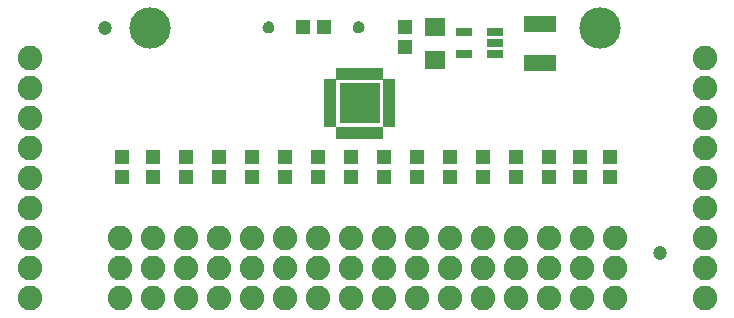
<source format=gbr>
G04 EAGLE Gerber RS-274X export*
G75*
%MOMM*%
%FSLAX34Y34*%
%LPD*%
%INSoldermask Top*%
%IPPOS*%
%AMOC8*
5,1,8,0,0,1.08239X$1,22.5*%
G01*
%ADD10C,2.082800*%
%ADD11R,1.403200X0.753200*%
%ADD12R,1.803200X1.603200*%
%ADD13R,2.703200X1.403200*%
%ADD14R,1.203200X1.303200*%
%ADD15C,3.505200*%
%ADD16C,1.203200*%
%ADD17R,1.003200X0.487800*%
%ADD18R,0.487800X1.003200*%
%ADD19R,3.353200X3.353200*%
%ADD20R,1.303200X1.203200*%

G36*
X291050Y237116D02*
X291050Y237116D01*
X291124Y237113D01*
X292100Y237214D01*
X292148Y237228D01*
X292239Y237245D01*
X293168Y237561D01*
X293212Y237585D01*
X293296Y237621D01*
X294131Y238136D01*
X294169Y238170D01*
X294243Y238224D01*
X294943Y238912D01*
X294972Y238953D01*
X295032Y239022D01*
X295562Y239848D01*
X295581Y239895D01*
X295624Y239976D01*
X295956Y240899D01*
X295965Y240949D01*
X295989Y241037D01*
X296107Y242011D01*
X296104Y242061D01*
X296109Y242148D01*
X296013Y243150D01*
X295999Y243199D01*
X295984Y243289D01*
X295667Y244245D01*
X295643Y244289D01*
X295608Y244374D01*
X295087Y245235D01*
X295054Y245273D01*
X295000Y245348D01*
X294300Y246072D01*
X294259Y246101D01*
X294191Y246162D01*
X293348Y246712D01*
X293301Y246732D01*
X293221Y246776D01*
X292276Y247124D01*
X292227Y247133D01*
X292138Y247158D01*
X291140Y247288D01*
X291098Y247286D01*
X290972Y247287D01*
X289960Y247147D01*
X289912Y247132D01*
X289822Y247112D01*
X288867Y246751D01*
X288824Y246725D01*
X288741Y246686D01*
X287890Y246122D01*
X287854Y246087D01*
X287781Y246030D01*
X287077Y245290D01*
X287050Y245248D01*
X286992Y245177D01*
X286470Y244299D01*
X286452Y244252D01*
X286412Y244170D01*
X286099Y243198D01*
X286092Y243147D01*
X286071Y243058D01*
X285982Y242041D01*
X285986Y241991D01*
X285985Y241900D01*
X286116Y240936D01*
X286132Y240888D01*
X286151Y240798D01*
X286494Y239888D01*
X286520Y239844D01*
X286558Y239761D01*
X287095Y238950D01*
X287130Y238913D01*
X287186Y238841D01*
X287890Y238169D01*
X287932Y238141D01*
X288003Y238083D01*
X288839Y237585D01*
X288886Y237567D01*
X288968Y237526D01*
X289894Y237227D01*
X289944Y237220D01*
X290033Y237198D01*
X291002Y237112D01*
X291050Y237116D01*
G37*
G36*
X214774Y237040D02*
X214774Y237040D01*
X214848Y237037D01*
X215824Y237138D01*
X215872Y237152D01*
X215963Y237169D01*
X216892Y237485D01*
X216936Y237509D01*
X217020Y237545D01*
X217855Y238060D01*
X217893Y238094D01*
X217967Y238148D01*
X218667Y238836D01*
X218696Y238877D01*
X218756Y238946D01*
X219286Y239772D01*
X219305Y239819D01*
X219348Y239900D01*
X219680Y240823D01*
X219689Y240873D01*
X219713Y240961D01*
X219831Y241935D01*
X219828Y241985D01*
X219833Y242072D01*
X219737Y243074D01*
X219723Y243123D01*
X219708Y243213D01*
X219391Y244169D01*
X219367Y244213D01*
X219332Y244298D01*
X218811Y245159D01*
X218778Y245197D01*
X218724Y245272D01*
X218024Y245996D01*
X217983Y246025D01*
X217915Y246086D01*
X217072Y246636D01*
X217025Y246656D01*
X216945Y246700D01*
X216000Y247048D01*
X215951Y247057D01*
X215862Y247082D01*
X214864Y247212D01*
X214822Y247210D01*
X214696Y247211D01*
X213684Y247071D01*
X213636Y247056D01*
X213546Y247036D01*
X212591Y246675D01*
X212548Y246649D01*
X212465Y246610D01*
X211614Y246046D01*
X211578Y246011D01*
X211505Y245954D01*
X210801Y245214D01*
X210774Y245172D01*
X210716Y245101D01*
X210194Y244223D01*
X210176Y244176D01*
X210136Y244094D01*
X209823Y243122D01*
X209816Y243071D01*
X209795Y242982D01*
X209706Y241965D01*
X209710Y241915D01*
X209709Y241824D01*
X209840Y240860D01*
X209856Y240812D01*
X209875Y240722D01*
X210218Y239812D01*
X210244Y239768D01*
X210282Y239685D01*
X210819Y238874D01*
X210854Y238837D01*
X210910Y238765D01*
X211614Y238093D01*
X211656Y238065D01*
X211727Y238007D01*
X212563Y237509D01*
X212610Y237491D01*
X212692Y237450D01*
X213618Y237151D01*
X213668Y237144D01*
X213757Y237122D01*
X214726Y237036D01*
X214774Y237040D01*
G37*
D10*
X88900Y12700D03*
X88900Y38100D03*
X88900Y63500D03*
X200660Y12700D03*
X200660Y38100D03*
X200660Y63500D03*
X312420Y12700D03*
X312420Y38100D03*
X312420Y63500D03*
X424180Y12700D03*
X424180Y38100D03*
X424180Y63500D03*
X116840Y12700D03*
X116840Y38100D03*
X116840Y63500D03*
X228600Y12700D03*
X228600Y38100D03*
X228600Y63500D03*
X340360Y12700D03*
X340360Y38100D03*
X340360Y63500D03*
X452120Y12700D03*
X452120Y38100D03*
X452120Y63500D03*
X144780Y12700D03*
X144780Y38100D03*
X144780Y63500D03*
X256540Y12700D03*
X256540Y38100D03*
X256540Y63500D03*
X368300Y12700D03*
X368300Y38100D03*
X368300Y63500D03*
X480060Y12700D03*
X480060Y38100D03*
X480060Y63500D03*
X172720Y12700D03*
X172720Y38100D03*
X172720Y63500D03*
X284480Y12700D03*
X284480Y38100D03*
X284480Y63500D03*
X396240Y12700D03*
X396240Y38100D03*
X396240Y63500D03*
X508000Y12700D03*
X508000Y38100D03*
X508000Y63500D03*
X12700Y215900D03*
X12700Y190500D03*
X584200Y215900D03*
X584200Y190500D03*
D11*
X406701Y219100D03*
X406701Y228600D03*
X406701Y238100D03*
X380699Y238100D03*
X380699Y219100D03*
D12*
X355600Y242600D03*
X355600Y214600D03*
D13*
X444500Y245100D03*
X444500Y212100D03*
D14*
X330200Y225180D03*
X330200Y242180D03*
D10*
X12700Y165100D03*
X12700Y139700D03*
X12700Y114300D03*
X12700Y88900D03*
X12700Y63500D03*
X12700Y38100D03*
X12700Y12700D03*
X584200Y165100D03*
X584200Y139700D03*
X584200Y114300D03*
X584200Y88900D03*
X584200Y63500D03*
X584200Y38100D03*
X584200Y12700D03*
D15*
X114300Y241300D03*
X495300Y241300D03*
D14*
X91186Y132198D03*
X91186Y115198D03*
X116840Y132198D03*
X116840Y115198D03*
X144780Y132452D03*
X144780Y115452D03*
X172720Y132452D03*
X172720Y115452D03*
X200660Y132452D03*
X200660Y115452D03*
X228600Y132452D03*
X228600Y115452D03*
X256540Y132452D03*
X256540Y115452D03*
X284480Y131944D03*
X284480Y114944D03*
X312420Y132198D03*
X312420Y115198D03*
X340360Y132198D03*
X340360Y115198D03*
X368300Y132198D03*
X368300Y115198D03*
X396240Y132198D03*
X396240Y115198D03*
X424180Y132198D03*
X424180Y115198D03*
X452120Y132198D03*
X452120Y115198D03*
X478790Y132198D03*
X478790Y115198D03*
X504190Y132198D03*
X504190Y115198D03*
D16*
X76200Y241300D03*
D17*
X267100Y195300D03*
X267100Y190300D03*
X267100Y185300D03*
X267100Y180300D03*
X267100Y175300D03*
X267100Y170300D03*
X267100Y165300D03*
X267100Y160300D03*
D18*
X274600Y152800D03*
X279600Y152800D03*
X284600Y152800D03*
X289600Y152800D03*
X294600Y152800D03*
X299600Y152800D03*
X304600Y152800D03*
X309600Y152800D03*
D17*
X317100Y160300D03*
X317100Y165300D03*
X317100Y170300D03*
X317100Y175300D03*
X317100Y180300D03*
X317100Y185300D03*
X317100Y190300D03*
X317100Y195300D03*
D18*
X309600Y202800D03*
X304600Y202800D03*
X299600Y202800D03*
X294600Y202800D03*
X289600Y202800D03*
X284600Y202800D03*
X279600Y202800D03*
X274600Y202800D03*
D19*
X292100Y177800D03*
D20*
X244382Y242113D03*
X261382Y242113D03*
D16*
X546100Y50800D03*
M02*

</source>
